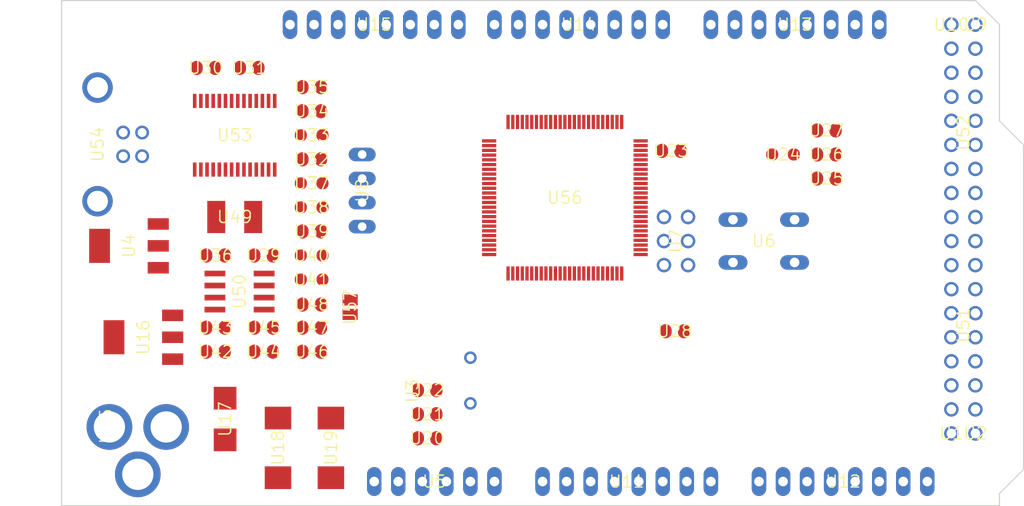
<source format=kicad_pcb>
(kicad_pcb (version 20221018) (generator pcbnew)
  (layers (0 "F.Cu" signal "Top") (31 "B.Cu" signal "Bottom") (34 "B.Paste" user) (35 "F.Paste" user) (36 "B.SilkS" user "B.Silkscreen") (37 "F.SilkS" user "F.Silkscreen") (38 "B.Mask" user) (39 "F.Mask" user) (44 "Edge.Cuts" user))
  (net 0 "")
  (net 1 "+5V")
  (net 2 "GND")
  (net 3 "N$6")
  (net 4 "N$7")
  (net 5 "AREF")
  (net 6 "RESET")
  (net 7 "VIN")
  (net 8 "N$3")
  (net 9 "PWRIN")
  (net 10 "M8RXD")
  (net 11 "M8TXD")
  (net 12 "ADC0")
  (net 13 "ADC2")
  (net 14 "ADC1")
  (net 15 "ADC3")
  (net 16 "ADC4")
  (net 17 "ADC5")
  (net 18 "ADC6")
  (net 19 "ADC7")
  (net 20 "+3V3")
  (net 21 "SDA")
  (net 22 "SCL")
  (net 23 "ADC9")
  (net 24 "ADC8")
  (net 25 "ADC10")
  (net 26 "ADC11")
  (net 27 "ADC12")
  (net 28 "ADC13")
  (net 29 "ADC14")
  (net 30 "ADC15")
  (net 31 "PB3")
  (net 32 "PB2")
  (net 33 "PB1")
  (net 34 "PB5")
  (net 35 "PB4")
  (net 36 "PE5")
  (net 37 "PE4")
  (net 38 "PE3")
  (net 39 "PE1")
  (net 40 "PE0")
  (net 41 "N$15")
  (net 42 "N$53")
  (net 43 "N$54")
  (net 44 "N$55")
  (net 45 "D-")
  (net 46 "D+")
  (net 47 "N$60")
  (net 48 "DTR")
  (net 49 "USBVCC")
  (net 50 "N$2")
  (net 51 "N$4")
  (net 52 "GATE_CMD")
  (net 53 "CMP")
  (net 54 "PB6")
  (net 55 "PH3")
  (net 56 "PH4")
  (net 57 "PH5")
  (net 58 "PH6")
  (net 59 "PG5")
  (net 60 "RXD1")
  (net 61 "TXD1")
  (net 62 "RXD2")
  (net 63 "RXD3")
  (net 64 "TXD2")
  (net 65 "TXD3")
  (net 66 "PC0")
  (net 67 "PC1")
  (net 68 "PC2")
  (net 69 "PC3")
  (net 70 "PC4")
  (net 71 "PC5")
  (net 72 "PC6")
  (net 73 "PC7")
  (net 74 "PB0")
  (net 75 "PG0")
  (net 76 "PG1")
  (net 77 "PG2")
  (net 78 "PD7")
  (net 79 "PA0")
  (net 80 "PA1")
  (net 81 "PA2")
  (net 82 "PA3")
  (net 83 "PA4")
  (net 84 "PA5")
  (net 85 "PA6")
  (net 86 "PA7")
  (net 87 "PL0")
  (net 88 "PL1")
  (net 89 "PL2")
  (net 90 "PL3")
  (net 91 "PL4")
  (net 92 "PL5")
  (net 93 "PL6")
  (net 94 "PL7")
  (net 95 "PB7")
  (net 96 "CTS")
  (net 97 "DSR")
  (net 98 "DCD")
  (net 99 "RI")
  (footprint "Arduino_MEGA_Reference_Design:2X03" (layer "F.Cu") (at 162.5981 103.7336 -90)
    (fp_text reference "U7")
    (fp_text value "")
  )
  (footprint "Arduino_MEGA_Reference_Design:1X08" (layer "F.Cu") (at 152.3111 80.8736 180)
    (fp_text reference "U14")
    (fp_text value "")
  )
  (footprint "Arduino_MEGA_Reference_Design:1X08" (layer "F.Cu") (at 130.7211 80.8736 180)
    (fp_text reference "U15")
    (fp_text value "")
  )
  (footprint "Arduino_MEGA_Reference_Design:SMC_D" (layer "F.Cu") (at 120.5611 125.5776 -90)
    (fp_text reference "U18")
    (fp_text value "")
  )
  (footprint "Arduino_MEGA_Reference_Design:SMC_D" (layer "F.Cu") (at 126.1491 125.5776 -90)
    (fp_text reference "U19")
    (fp_text value "")
  )
  (footprint "Arduino_MEGA_Reference_Design:B3F-10XX" (layer "F.Cu") (at 171.8691 103.7336 180)
    (fp_text reference "U6")
    (fp_text value "")
  )
  (footprint "Arduino_MEGA_Reference_Design:0805RND" (layer "F.Cu") (at 173.9011 94.5896 180)
    (fp_text reference "U24")
    (fp_text value "")
  )
  (footprint "Arduino_MEGA_Reference_Design:SMB" (layer "F.Cu") (at 114.9731 122.5296 -90)
    (fp_text reference "U17")
    (fp_text value "")
  )
  (footprint "Arduino_MEGA_Reference_Design:DC-21MM" (layer "F.Cu") (at 103.0351 123.2916 90)
    (fp_text reference "U55")
    (fp_text value "")
  )
  (footprint "Arduino_MEGA_Reference_Design:HC49_S" (layer "F.Cu") (at 140.8811 118.4656 90)
    (fp_text reference "U3")
    (fp_text value "")
  )
  (footprint "Arduino_MEGA_Reference_Design:SOT223" (layer "F.Cu") (at 106.3371 113.8936 90)
    (fp_text reference "U16")
    (fp_text value "")
  )
  (footprint "Arduino_MEGA_Reference_Design:1X06" (layer "F.Cu") (at 137.0711 129.1336)
    (fp_text reference "U5")
    (fp_text value "")
  )
  (footprint "Arduino_MEGA_Reference_Design:C0805RND" (layer "F.Cu") (at 124.1171 87.4776)
    (fp_text reference "U35")
    (fp_text value "")
  )
  (footprint "Arduino_MEGA_Reference_Design:C0805RND" (layer "F.Cu") (at 162.4711 113.2586)
    (fp_text reference "U28")
    (fp_text value "")
  )
  (footprint "Arduino_MEGA_Reference_Design:C0805RND" (layer "F.Cu") (at 136.3091 122.0216)
    (fp_text reference "U21")
    (fp_text value "")
  )
  (footprint "Arduino_MEGA_Reference_Design:C0805RND" (layer "F.Cu") (at 136.3091 119.4816)
    (fp_text reference "U22")
    (fp_text value "")
  )
  (footprint "Arduino_MEGA_Reference_Design:C0805RND" (layer "F.Cu") (at 113.9571 112.8776)
    (fp_text reference "U43")
    (fp_text value "")
  )
  (footprint "Arduino_MEGA_Reference_Design:RCL_0805RND" (layer "F.Cu") (at 124.1171 105.2576)
    (fp_text reference "U40")
    (fp_text value "")
  )
  (footprint "Arduino_MEGA_Reference_Design:RCL_0805RND" (layer "F.Cu") (at 124.1171 107.7976)
    (fp_text reference "U41")
    (fp_text value "")
  )
  (footprint "Arduino_MEGA_Reference_Design:1X08" (layer "F.Cu") (at 157.3911 129.1336)
    (fp_text reference "U11")
    (fp_text value "")
  )
  (footprint "Arduino_MEGA_Reference_Design:1X08" (layer "F.Cu") (at 175.1711 80.8736 180)
    (fp_text reference "U13")
    (fp_text value "")
  )
  (footprint "Arduino_MEGA_Reference_Design:R0805RND" (layer "F.Cu") (at 178.4731 94.5896 180)
    (fp_text reference "U26")
    (fp_text value "")
  )
  (footprint "Arduino_MEGA_Reference_Design:R0805RND" (layer "F.Cu") (at 178.4731 92.0496 180)
    (fp_text reference "U27")
    (fp_text value "")
  )
  (footprint "Arduino_MEGA_Reference_Design:TQFP100" (layer "F.Cu") (at 150.86109924316406 99.15609741210938 0)
    (fp_text reference "U56")
    (fp_text value "")
  )
  (footprint "Arduino_MEGA_Reference_Design:C0805RND" (layer "F.Cu") (at 162.0901 94.2086 180)
    (fp_text reference "U23")
    (fp_text value "")
  )
  (footprint "Arduino_MEGA_Reference_Design:C0805RND" (layer "F.Cu") (at 136.3091 124.5616)
    (fp_text reference "U20")
    (fp_text value "")
  )
  (footprint "Arduino_MEGA_Reference_Design:1X08" (layer "F.Cu") (at 180.2511 129.1336)
    (fp_text reference "U12")
    (fp_text value "")
  )
  (footprint "Arduino_MEGA_Reference_Design:R0805RND" (layer "F.Cu") (at 124.1171 112.8776)
    (fp_text reference "U47")
    (fp_text value "")
  )
  (footprint "Arduino_MEGA_Reference_Design:C0805RND" (layer "F.Cu") (at 124.1171 115.4176)
    (fp_text reference "U46")
    (fp_text value "")
  )
  (footprint "Arduino_MEGA_Reference_Design:C0805RND" (layer "F.Cu") (at 113.9571 105.2576)
    (fp_text reference "U36")
    (fp_text value "")
  )
  (footprint "Arduino_MEGA_Reference_Design:C0805RND" (layer "F.Cu") (at 112.9411 85.4456)
    (fp_text reference "U30")
    (fp_text value "")
  )
  (footprint "Arduino_MEGA_Reference_Design:0805RND" (layer "F.Cu") (at 124.1171 100.1776 180)
    (fp_text reference "U38")
    (fp_text value "")
  )
  (footprint "Arduino_MEGA_Reference_Design:0805RND" (layer "F.Cu") (at 124.1171 97.6376 180)
    (fp_text reference "U37")
    (fp_text value "")
  )
  (footprint "Arduino_MEGA_Reference_Design:R0805RND" (layer "F.Cu") (at 124.1171 95.0976)
    (fp_text reference "U32")
    (fp_text value "")
  )
  (footprint "Arduino_MEGA_Reference_Design:R0805RND" (layer "F.Cu") (at 124.1171 102.7176)
    (fp_text reference "U39")
    (fp_text value "")
  )
  (footprint "Arduino_MEGA_Reference_Design:SSOP28" (layer "F.Cu") (at 115.9891 92.5576)
    (fp_text reference "U53")
    (fp_text value "")
  )
  (footprint "Arduino_MEGA_Reference_Design:PN61729" (layer "F.Cu") (at 98.9584 93.5228 -90)
    (fp_text reference "U54")
    (fp_text value "")
  )
  (footprint "Arduino_MEGA_Reference_Design:L1812" (layer "F.Cu") (at 115.9891 101.1936)
    (fp_text reference "U49")
    (fp_text value "")
  )
  (footprint "Arduino_MEGA_Reference_Design:C0805RND" (layer "F.Cu") (at 117.5131 85.4456)
    (fp_text reference "U31")
    (fp_text value "")
  )
  (footprint "Arduino_MEGA_Reference_Design:0805RND" (layer "F.Cu") (at 124.1171 92.5576 180)
    (fp_text reference "U33")
    (fp_text value "")
  )
  (footprint "Arduino_MEGA_Reference_Design:R0805RND" (layer "F.Cu") (at 124.1171 90.0176 180)
    (fp_text reference "U34")
    (fp_text value "")
  )
  (footprint "Arduino_MEGA_Reference_Design:C0805RND" (layer "F.Cu") (at 124.1171 110.4392 180)
    (fp_text reference "U48")
    (fp_text value "")
  )
  (footprint "Arduino_MEGA_Reference_Design:SOT223" (layer "F.Cu") (at 104.8131 104.2416 90)
    (fp_text reference "U4")
    (fp_text value "")
  )
  (footprint "Arduino_MEGA_Reference_Design:SO08" (layer "F.Cu") (at 116.4971 109.0676 -90)
    (fp_text reference "U50")
    (fp_text value "")
  )
  (footprint "Arduino_MEGA_Reference_Design:R0805RND" (layer "F.Cu") (at 113.9571 115.4176 180)
    (fp_text reference "U42")
    (fp_text value "")
  )
  (footprint "Arduino_MEGA_Reference_Design:R0805RND" (layer "F.Cu") (at 119.0371 112.8776 180)
    (fp_text reference "U45")
    (fp_text value "")
  )
  (footprint "Arduino_MEGA_Reference_Design:C0805RND" (layer "F.Cu") (at 119.0371 115.4176 180)
    (fp_text reference "U44")
    (fp_text value "")
  )
  (footprint "Arduino_MEGA_Reference_Design:C0805RND" (layer "F.Cu") (at 119.0371 105.2576)
    (fp_text reference "U29")
    (fp_text value "")
  )
  (footprint "Arduino_MEGA_Reference_Design:2X08" (layer "F.Cu") (at 192.9511 92.3036 90)
    (fp_text reference "U52")
    (fp_text value "")
  )
  (footprint "Arduino_MEGA_Reference_Design:2X08" (layer "F.Cu") (at 192.9511 112.6236 90)
    (fp_text reference "U51")
    (fp_text value "")
  )
  (footprint "Arduino_MEGA_Reference_Design:R0805RND" (layer "F.Cu") (at 178.4731 97.1296 180)
    (fp_text reference "U25")
    (fp_text value "")
  )
  (footprint "Arduino_MEGA_Reference_Design:1X01" (layer "F.Cu") (at 191.6811 80.8736)
    (fp_text reference "U10")
    (fp_text value "")
  )
  (footprint "Arduino_MEGA_Reference_Design:1X01" (layer "F.Cu") (at 194.2211 80.8736)
    (fp_text reference "U9")
    (fp_text value "")
  )
  (footprint "Arduino_MEGA_Reference_Design:1X01" (layer "F.Cu") (at 191.6811 124.0536)
    (fp_text reference "U1")
    (fp_text value "")
  )
  (footprint "Arduino_MEGA_Reference_Design:1X01" (layer "F.Cu") (at 194.2211 124.0536)
    (fp_text reference "U2")
    (fp_text value "")
  )
  (footprint "Arduino_MEGA_Reference_Design:SJ" (layer "F.Cu") (at 128.1811 110.7186 -90)
    (fp_text reference "U57")
    (fp_text value "")
  )
  (footprint "Arduino_MEGA_Reference_Design:JP4" (layer "F.Cu") (at 129.4511 98.3996 -90)
    (fp_text reference "U8")
    (fp_text value "")
  )
  (gr_line (start 196.7611 80.8736) (end 196.7611 91.0336) (layer "Edge.Cuts") (width 0.12))
  (gr_line (start 196.7611 130.4036) (end 196.7611 131.6736) (layer "Edge.Cuts") (width 0.12))
  (gr_line (start 194.2211 78.3336) (end 196.7611 80.8736) (layer "Edge.Cuts") (width 0.12))
  (gr_line (start 97.7011 78.3336) (end 194.2211 78.3336) (layer "Edge.Cuts") (width 0.12))
  (gr_line (start 196.7611 91.0336) (end 199.3011 93.5736) (layer "Edge.Cuts") (width 0.12))
  (gr_line (start 97.7011 131.6736) (end 97.7011 78.3336) (layer "Edge.Cuts") (width 0.12))
  (gr_line (start 196.7611 131.6736) (end 97.7011 131.6736) (layer "Edge.Cuts") (width 0.12))
  (gr_line (start 199.3011 93.5736) (end 199.3011 127.8636) (layer "Edge.Cuts") (width 0.12))
  (gr_line (start 199.3011 127.8636) (end 196.7611 130.4036) (layer "Edge.Cuts") (width 0.12))
)
</source>
